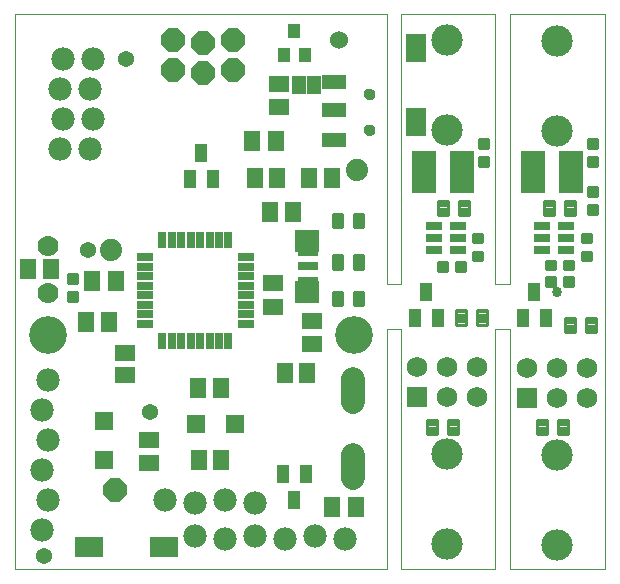
<source format=gts>
G75*
%MOIN*%
%OFA0B0*%
%FSLAX25Y25*%
%IPPOS*%
%LPD*%
%AMOC8*
5,1,8,0,0,1.08239X$1,22.5*
%
%ADD10C,0.00400*%
%ADD11R,0.05518X0.06699*%
%ADD12R,0.06699X0.05518*%
%ADD13R,0.04337X0.05912*%
%ADD14OC8,0.08000*%
%ADD15C,0.07000*%
%ADD16R,0.05400X0.02600*%
%ADD17R,0.02600X0.05400*%
%ADD18C,0.07800*%
%ADD19C,0.12605*%
%ADD20C,0.06000*%
%ADD21C,0.00975*%
%ADD22OC8,0.07800*%
%ADD23R,0.05900X0.05900*%
%ADD24R,0.04400X0.04900*%
%ADD25R,0.08400X0.07400*%
%ADD26R,0.08274X0.05124*%
%ADD27C,0.00000*%
%ADD28C,0.03746*%
%ADD29C,0.08077*%
%ADD30C,0.05400*%
%ADD31R,0.04900X0.06000*%
%ADD32C,0.10450*%
%ADD33R,0.05600X0.02600*%
%ADD34C,0.01100*%
%ADD35R,0.06900X0.06900*%
%ADD36C,0.06900*%
%ADD37R,0.08274X0.14180*%
%ADD38C,0.03400*%
%ADD39C,0.07400*%
%ADD40R,0.09455X0.06699*%
%ADD41R,0.06699X0.09455*%
%ADD42R,0.07093X0.03156*%
D10*
X0022595Y0027513D02*
X0022595Y0212513D01*
X0146595Y0212513D01*
X0146595Y0122513D01*
X0151095Y0122513D01*
X0151095Y0212513D01*
X0182595Y0212513D01*
X0182595Y0122513D01*
X0187595Y0122513D01*
X0187595Y0212513D01*
X0219095Y0212513D01*
X0219095Y0027513D01*
X0187595Y0027513D01*
X0187595Y0107513D01*
X0182595Y0107513D01*
X0182595Y0027513D01*
X0151095Y0027513D01*
X0151095Y0107513D01*
X0146595Y0107513D01*
X0146595Y0027513D01*
X0022595Y0027513D01*
D11*
X0083655Y0064113D03*
X0091135Y0064113D03*
X0091085Y0087913D03*
X0083605Y0087913D03*
X0112355Y0093013D03*
X0119835Y0093013D03*
X0128208Y0048363D03*
X0136082Y0048363D03*
X0056032Y0123513D03*
X0048158Y0123513D03*
X0046255Y0110113D03*
X0053735Y0110113D03*
X0034335Y0127513D03*
X0026855Y0127513D03*
X0101558Y0170263D03*
X0109432Y0170263D03*
X0109835Y0158013D03*
X0102355Y0158013D03*
X0107408Y0146763D03*
X0115282Y0146763D03*
X0120605Y0158013D03*
X0128085Y0158013D03*
D12*
X0110595Y0181576D03*
X0110595Y0189450D03*
X0108495Y0122950D03*
X0108495Y0115076D03*
X0121595Y0110450D03*
X0121595Y0102576D03*
X0067145Y0070653D03*
X0067145Y0063173D03*
X0059095Y0092273D03*
X0059095Y0099753D03*
D13*
X0111855Y0059343D03*
X0119335Y0059343D03*
X0115595Y0050682D03*
X0155855Y0111182D03*
X0163335Y0111182D03*
X0159595Y0119843D03*
X0191855Y0111182D03*
X0199335Y0111182D03*
X0195595Y0119843D03*
X0088335Y0157682D03*
X0080855Y0157682D03*
X0084595Y0166343D03*
D14*
X0055645Y0054113D03*
D15*
X0033595Y0119639D03*
X0033595Y0135387D03*
D16*
X0065695Y0131536D03*
X0065695Y0128387D03*
X0065695Y0125237D03*
X0065695Y0122088D03*
X0065695Y0118938D03*
X0065695Y0115788D03*
X0065695Y0112639D03*
X0065695Y0109489D03*
X0099495Y0109489D03*
X0099495Y0112639D03*
X0099495Y0115788D03*
X0099495Y0118938D03*
X0099495Y0122088D03*
X0099495Y0125237D03*
X0099495Y0128387D03*
X0099495Y0131536D03*
D17*
X0093619Y0137413D03*
X0090469Y0137413D03*
X0087320Y0137413D03*
X0084170Y0137413D03*
X0081020Y0137413D03*
X0077871Y0137413D03*
X0074721Y0137413D03*
X0071572Y0137413D03*
X0071572Y0103613D03*
X0074721Y0103613D03*
X0077871Y0103613D03*
X0081020Y0103613D03*
X0084170Y0103613D03*
X0087320Y0103613D03*
X0090469Y0103613D03*
X0093619Y0103613D03*
D18*
X0092595Y0050513D03*
X0082595Y0049513D03*
X0072595Y0050513D03*
X0082595Y0038513D03*
X0092595Y0037513D03*
X0102595Y0038513D03*
X0112595Y0037513D03*
X0122595Y0038513D03*
X0132595Y0037513D03*
X0102595Y0049513D03*
X0033595Y0050513D03*
X0031595Y0060513D03*
X0033595Y0070513D03*
X0031595Y0080513D03*
X0033595Y0090513D03*
X0031595Y0040513D03*
X0037595Y0167513D03*
X0047595Y0167513D03*
X0048595Y0177513D03*
X0047595Y0187513D03*
X0037595Y0187513D03*
X0038595Y0177513D03*
X0038595Y0197513D03*
X0048595Y0197513D03*
D19*
X0033595Y0105513D03*
X0135595Y0105513D03*
D20*
X0130595Y0204013D03*
D21*
X0180058Y0170976D02*
X0180058Y0168050D01*
X0177132Y0168050D01*
X0177132Y0170976D01*
X0180058Y0170976D01*
X0180058Y0169024D02*
X0177132Y0169024D01*
X0177132Y0169998D02*
X0180058Y0169998D01*
X0180058Y0170972D02*
X0177132Y0170972D01*
X0180058Y0164976D02*
X0180058Y0162050D01*
X0177132Y0162050D01*
X0177132Y0164976D01*
X0180058Y0164976D01*
X0180058Y0163024D02*
X0177132Y0163024D01*
X0177132Y0163998D02*
X0180058Y0163998D01*
X0180058Y0164972D02*
X0177132Y0164972D01*
X0178058Y0139476D02*
X0178058Y0136550D01*
X0175132Y0136550D01*
X0175132Y0139476D01*
X0178058Y0139476D01*
X0178058Y0137524D02*
X0175132Y0137524D01*
X0175132Y0138498D02*
X0178058Y0138498D01*
X0178058Y0139472D02*
X0175132Y0139472D01*
X0178058Y0133476D02*
X0178058Y0130550D01*
X0175132Y0130550D01*
X0175132Y0133476D01*
X0178058Y0133476D01*
X0178058Y0131524D02*
X0175132Y0131524D01*
X0175132Y0132498D02*
X0178058Y0132498D01*
X0178058Y0133472D02*
X0175132Y0133472D01*
X0172558Y0127050D02*
X0169632Y0127050D01*
X0169632Y0129976D01*
X0172558Y0129976D01*
X0172558Y0127050D01*
X0172558Y0128024D02*
X0169632Y0128024D01*
X0169632Y0128998D02*
X0172558Y0128998D01*
X0172558Y0129972D02*
X0169632Y0129972D01*
X0166558Y0127050D02*
X0163632Y0127050D01*
X0163632Y0129976D01*
X0166558Y0129976D01*
X0166558Y0127050D01*
X0166558Y0128024D02*
X0163632Y0128024D01*
X0163632Y0128998D02*
X0166558Y0128998D01*
X0166558Y0129972D02*
X0163632Y0129972D01*
X0138558Y0132226D02*
X0135632Y0132226D01*
X0138558Y0132226D02*
X0138558Y0127800D01*
X0135632Y0127800D01*
X0135632Y0132226D01*
X0135632Y0128774D02*
X0138558Y0128774D01*
X0138558Y0129748D02*
X0135632Y0129748D01*
X0135632Y0130722D02*
X0138558Y0130722D01*
X0138558Y0131696D02*
X0135632Y0131696D01*
X0131558Y0132226D02*
X0128632Y0132226D01*
X0131558Y0132226D02*
X0131558Y0127800D01*
X0128632Y0127800D01*
X0128632Y0132226D01*
X0128632Y0128774D02*
X0131558Y0128774D01*
X0131558Y0129748D02*
X0128632Y0129748D01*
X0128632Y0130722D02*
X0131558Y0130722D01*
X0131558Y0131696D02*
X0128632Y0131696D01*
X0128632Y0145976D02*
X0131558Y0145976D01*
X0131558Y0141550D01*
X0128632Y0141550D01*
X0128632Y0145976D01*
X0128632Y0142524D02*
X0131558Y0142524D01*
X0131558Y0143498D02*
X0128632Y0143498D01*
X0128632Y0144472D02*
X0131558Y0144472D01*
X0131558Y0145446D02*
X0128632Y0145446D01*
X0135632Y0145976D02*
X0138558Y0145976D01*
X0138558Y0141550D01*
X0135632Y0141550D01*
X0135632Y0145976D01*
X0135632Y0142524D02*
X0138558Y0142524D01*
X0138558Y0143498D02*
X0135632Y0143498D01*
X0135632Y0144472D02*
X0138558Y0144472D01*
X0138558Y0145446D02*
X0135632Y0145446D01*
X0135632Y0119976D02*
X0138558Y0119976D01*
X0138558Y0115550D01*
X0135632Y0115550D01*
X0135632Y0119976D01*
X0135632Y0116524D02*
X0138558Y0116524D01*
X0138558Y0117498D02*
X0135632Y0117498D01*
X0135632Y0118472D02*
X0138558Y0118472D01*
X0138558Y0119446D02*
X0135632Y0119446D01*
X0131558Y0119976D02*
X0128632Y0119976D01*
X0131558Y0119976D02*
X0131558Y0115550D01*
X0128632Y0115550D01*
X0128632Y0119976D01*
X0128632Y0116524D02*
X0131558Y0116524D01*
X0131558Y0117498D02*
X0128632Y0117498D01*
X0128632Y0118472D02*
X0131558Y0118472D01*
X0131558Y0119446D02*
X0128632Y0119446D01*
X0199632Y0124976D02*
X0202558Y0124976D01*
X0202558Y0122050D01*
X0199632Y0122050D01*
X0199632Y0124976D01*
X0199632Y0123024D02*
X0202558Y0123024D01*
X0202558Y0123998D02*
X0199632Y0123998D01*
X0199632Y0124972D02*
X0202558Y0124972D01*
X0202558Y0127550D02*
X0199632Y0127550D01*
X0199632Y0130476D01*
X0202558Y0130476D01*
X0202558Y0127550D01*
X0202558Y0128524D02*
X0199632Y0128524D01*
X0199632Y0129498D02*
X0202558Y0129498D01*
X0202558Y0130472D02*
X0199632Y0130472D01*
X0205632Y0127550D02*
X0208558Y0127550D01*
X0205632Y0127550D02*
X0205632Y0130476D01*
X0208558Y0130476D01*
X0208558Y0127550D01*
X0208558Y0128524D02*
X0205632Y0128524D01*
X0205632Y0129498D02*
X0208558Y0129498D01*
X0208558Y0130472D02*
X0205632Y0130472D01*
X0205632Y0124976D02*
X0208558Y0124976D01*
X0208558Y0122050D01*
X0205632Y0122050D01*
X0205632Y0124976D01*
X0205632Y0123024D02*
X0208558Y0123024D01*
X0208558Y0123998D02*
X0205632Y0123998D01*
X0205632Y0124972D02*
X0208558Y0124972D01*
X0214558Y0130550D02*
X0214558Y0133476D01*
X0214558Y0130550D02*
X0211632Y0130550D01*
X0211632Y0133476D01*
X0214558Y0133476D01*
X0214558Y0131524D02*
X0211632Y0131524D01*
X0211632Y0132498D02*
X0214558Y0132498D01*
X0214558Y0133472D02*
X0211632Y0133472D01*
X0214558Y0136550D02*
X0214558Y0139476D01*
X0214558Y0136550D02*
X0211632Y0136550D01*
X0211632Y0139476D01*
X0214558Y0139476D01*
X0214558Y0137524D02*
X0211632Y0137524D01*
X0211632Y0138498D02*
X0214558Y0138498D01*
X0214558Y0139472D02*
X0211632Y0139472D01*
X0216558Y0146050D02*
X0216558Y0148976D01*
X0216558Y0146050D02*
X0213632Y0146050D01*
X0213632Y0148976D01*
X0216558Y0148976D01*
X0216558Y0147024D02*
X0213632Y0147024D01*
X0213632Y0147998D02*
X0216558Y0147998D01*
X0216558Y0148972D02*
X0213632Y0148972D01*
X0216558Y0152050D02*
X0216558Y0154976D01*
X0216558Y0152050D02*
X0213632Y0152050D01*
X0213632Y0154976D01*
X0216558Y0154976D01*
X0216558Y0153024D02*
X0213632Y0153024D01*
X0213632Y0153998D02*
X0216558Y0153998D01*
X0216558Y0154972D02*
X0213632Y0154972D01*
X0216558Y0162050D02*
X0216558Y0164976D01*
X0216558Y0162050D02*
X0213632Y0162050D01*
X0213632Y0164976D01*
X0216558Y0164976D01*
X0216558Y0163024D02*
X0213632Y0163024D01*
X0213632Y0163998D02*
X0216558Y0163998D01*
X0216558Y0164972D02*
X0213632Y0164972D01*
X0216558Y0168050D02*
X0216558Y0170976D01*
X0216558Y0168050D02*
X0213632Y0168050D01*
X0213632Y0170976D01*
X0216558Y0170976D01*
X0216558Y0169024D02*
X0213632Y0169024D01*
X0213632Y0169998D02*
X0216558Y0169998D01*
X0216558Y0170972D02*
X0213632Y0170972D01*
X0040132Y0125976D02*
X0040132Y0123050D01*
X0040132Y0125976D02*
X0043058Y0125976D01*
X0043058Y0123050D01*
X0040132Y0123050D01*
X0040132Y0124024D02*
X0043058Y0124024D01*
X0043058Y0124998D02*
X0040132Y0124998D01*
X0040132Y0125972D02*
X0043058Y0125972D01*
X0040132Y0119976D02*
X0040132Y0117050D01*
X0040132Y0119976D02*
X0043058Y0119976D01*
X0043058Y0117050D01*
X0040132Y0117050D01*
X0040132Y0118024D02*
X0043058Y0118024D01*
X0043058Y0118998D02*
X0040132Y0118998D01*
X0040132Y0119972D02*
X0043058Y0119972D01*
D22*
X0075095Y0194013D03*
X0085095Y0193013D03*
X0085095Y0203013D03*
X0075095Y0204013D03*
X0095095Y0204013D03*
X0095095Y0194013D03*
D23*
X0095695Y0076013D03*
X0082695Y0076013D03*
X0052095Y0077013D03*
X0052095Y0064013D03*
D24*
X0112095Y0199013D03*
X0119095Y0199013D03*
X0115595Y0207013D03*
D25*
X0119845Y0137013D03*
X0119845Y0120013D03*
D26*
X0128768Y0170670D03*
X0128768Y0180513D03*
X0128768Y0189855D03*
D27*
X0138922Y0185989D02*
X0138924Y0186070D01*
X0138930Y0186152D01*
X0138940Y0186233D01*
X0138954Y0186313D01*
X0138971Y0186392D01*
X0138993Y0186471D01*
X0139018Y0186548D01*
X0139047Y0186625D01*
X0139080Y0186699D01*
X0139117Y0186772D01*
X0139156Y0186843D01*
X0139200Y0186912D01*
X0139246Y0186979D01*
X0139296Y0187043D01*
X0139349Y0187105D01*
X0139405Y0187165D01*
X0139463Y0187221D01*
X0139525Y0187275D01*
X0139589Y0187326D01*
X0139655Y0187373D01*
X0139723Y0187417D01*
X0139794Y0187458D01*
X0139866Y0187495D01*
X0139941Y0187529D01*
X0140016Y0187559D01*
X0140094Y0187585D01*
X0140172Y0187608D01*
X0140251Y0187626D01*
X0140331Y0187641D01*
X0140412Y0187652D01*
X0140493Y0187659D01*
X0140575Y0187662D01*
X0140656Y0187661D01*
X0140737Y0187656D01*
X0140818Y0187647D01*
X0140899Y0187634D01*
X0140979Y0187617D01*
X0141057Y0187597D01*
X0141135Y0187572D01*
X0141212Y0187544D01*
X0141287Y0187512D01*
X0141360Y0187477D01*
X0141431Y0187438D01*
X0141501Y0187395D01*
X0141568Y0187350D01*
X0141634Y0187301D01*
X0141696Y0187249D01*
X0141756Y0187193D01*
X0141813Y0187135D01*
X0141868Y0187075D01*
X0141919Y0187011D01*
X0141967Y0186946D01*
X0142012Y0186878D01*
X0142054Y0186808D01*
X0142092Y0186736D01*
X0142127Y0186662D01*
X0142158Y0186587D01*
X0142185Y0186510D01*
X0142208Y0186432D01*
X0142228Y0186353D01*
X0142244Y0186273D01*
X0142256Y0186192D01*
X0142264Y0186111D01*
X0142268Y0186030D01*
X0142268Y0185948D01*
X0142264Y0185867D01*
X0142256Y0185786D01*
X0142244Y0185705D01*
X0142228Y0185625D01*
X0142208Y0185546D01*
X0142185Y0185468D01*
X0142158Y0185391D01*
X0142127Y0185316D01*
X0142092Y0185242D01*
X0142054Y0185170D01*
X0142012Y0185100D01*
X0141967Y0185032D01*
X0141919Y0184967D01*
X0141868Y0184903D01*
X0141813Y0184843D01*
X0141756Y0184785D01*
X0141696Y0184729D01*
X0141634Y0184677D01*
X0141568Y0184628D01*
X0141501Y0184583D01*
X0141432Y0184540D01*
X0141360Y0184501D01*
X0141287Y0184466D01*
X0141212Y0184434D01*
X0141135Y0184406D01*
X0141057Y0184381D01*
X0140979Y0184361D01*
X0140899Y0184344D01*
X0140818Y0184331D01*
X0140737Y0184322D01*
X0140656Y0184317D01*
X0140575Y0184316D01*
X0140493Y0184319D01*
X0140412Y0184326D01*
X0140331Y0184337D01*
X0140251Y0184352D01*
X0140172Y0184370D01*
X0140094Y0184393D01*
X0140016Y0184419D01*
X0139941Y0184449D01*
X0139866Y0184483D01*
X0139794Y0184520D01*
X0139723Y0184561D01*
X0139655Y0184605D01*
X0139589Y0184652D01*
X0139525Y0184703D01*
X0139463Y0184757D01*
X0139405Y0184813D01*
X0139349Y0184873D01*
X0139296Y0184935D01*
X0139246Y0184999D01*
X0139200Y0185066D01*
X0139156Y0185135D01*
X0139117Y0185206D01*
X0139080Y0185279D01*
X0139047Y0185353D01*
X0139018Y0185430D01*
X0138993Y0185507D01*
X0138971Y0185586D01*
X0138954Y0185665D01*
X0138940Y0185745D01*
X0138930Y0185826D01*
X0138924Y0185908D01*
X0138922Y0185989D01*
X0138922Y0174036D02*
X0138924Y0174117D01*
X0138930Y0174199D01*
X0138940Y0174280D01*
X0138954Y0174360D01*
X0138971Y0174439D01*
X0138993Y0174518D01*
X0139018Y0174595D01*
X0139047Y0174672D01*
X0139080Y0174746D01*
X0139117Y0174819D01*
X0139156Y0174890D01*
X0139200Y0174959D01*
X0139246Y0175026D01*
X0139296Y0175090D01*
X0139349Y0175152D01*
X0139405Y0175212D01*
X0139463Y0175268D01*
X0139525Y0175322D01*
X0139589Y0175373D01*
X0139655Y0175420D01*
X0139723Y0175464D01*
X0139794Y0175505D01*
X0139866Y0175542D01*
X0139941Y0175576D01*
X0140016Y0175606D01*
X0140094Y0175632D01*
X0140172Y0175655D01*
X0140251Y0175673D01*
X0140331Y0175688D01*
X0140412Y0175699D01*
X0140493Y0175706D01*
X0140575Y0175709D01*
X0140656Y0175708D01*
X0140737Y0175703D01*
X0140818Y0175694D01*
X0140899Y0175681D01*
X0140979Y0175664D01*
X0141057Y0175644D01*
X0141135Y0175619D01*
X0141212Y0175591D01*
X0141287Y0175559D01*
X0141360Y0175524D01*
X0141431Y0175485D01*
X0141501Y0175442D01*
X0141568Y0175397D01*
X0141634Y0175348D01*
X0141696Y0175296D01*
X0141756Y0175240D01*
X0141813Y0175182D01*
X0141868Y0175122D01*
X0141919Y0175058D01*
X0141967Y0174993D01*
X0142012Y0174925D01*
X0142054Y0174855D01*
X0142092Y0174783D01*
X0142127Y0174709D01*
X0142158Y0174634D01*
X0142185Y0174557D01*
X0142208Y0174479D01*
X0142228Y0174400D01*
X0142244Y0174320D01*
X0142256Y0174239D01*
X0142264Y0174158D01*
X0142268Y0174077D01*
X0142268Y0173995D01*
X0142264Y0173914D01*
X0142256Y0173833D01*
X0142244Y0173752D01*
X0142228Y0173672D01*
X0142208Y0173593D01*
X0142185Y0173515D01*
X0142158Y0173438D01*
X0142127Y0173363D01*
X0142092Y0173289D01*
X0142054Y0173217D01*
X0142012Y0173147D01*
X0141967Y0173079D01*
X0141919Y0173014D01*
X0141868Y0172950D01*
X0141813Y0172890D01*
X0141756Y0172832D01*
X0141696Y0172776D01*
X0141634Y0172724D01*
X0141568Y0172675D01*
X0141501Y0172630D01*
X0141432Y0172587D01*
X0141360Y0172548D01*
X0141287Y0172513D01*
X0141212Y0172481D01*
X0141135Y0172453D01*
X0141057Y0172428D01*
X0140979Y0172408D01*
X0140899Y0172391D01*
X0140818Y0172378D01*
X0140737Y0172369D01*
X0140656Y0172364D01*
X0140575Y0172363D01*
X0140493Y0172366D01*
X0140412Y0172373D01*
X0140331Y0172384D01*
X0140251Y0172399D01*
X0140172Y0172417D01*
X0140094Y0172440D01*
X0140016Y0172466D01*
X0139941Y0172496D01*
X0139866Y0172530D01*
X0139794Y0172567D01*
X0139723Y0172608D01*
X0139655Y0172652D01*
X0139589Y0172699D01*
X0139525Y0172750D01*
X0139463Y0172804D01*
X0139405Y0172860D01*
X0139349Y0172920D01*
X0139296Y0172982D01*
X0139246Y0173046D01*
X0139200Y0173113D01*
X0139156Y0173182D01*
X0139117Y0173253D01*
X0139080Y0173326D01*
X0139047Y0173400D01*
X0139018Y0173477D01*
X0138993Y0173554D01*
X0138971Y0173633D01*
X0138954Y0173712D01*
X0138940Y0173792D01*
X0138930Y0173873D01*
X0138924Y0173955D01*
X0138922Y0174036D01*
D28*
X0140595Y0174036D03*
X0140595Y0185989D03*
D29*
X0135095Y0091147D02*
X0135095Y0083469D01*
X0135095Y0065556D02*
X0135095Y0057879D01*
D30*
X0067595Y0080013D03*
X0032095Y0032013D03*
X0046845Y0134013D03*
X0059595Y0197513D03*
D31*
X0116995Y0189013D03*
X0122195Y0189013D03*
D32*
X0166595Y0204013D03*
X0166595Y0174013D03*
X0203095Y0173513D03*
X0203095Y0203513D03*
X0203095Y0065513D03*
X0203095Y0035513D03*
X0166595Y0036013D03*
X0166595Y0066013D03*
D33*
X0170095Y0134013D03*
X0170095Y0138013D03*
X0170095Y0142013D03*
X0162095Y0142013D03*
X0162095Y0138013D03*
X0162095Y0134013D03*
X0198095Y0134013D03*
X0198095Y0138013D03*
X0198095Y0142013D03*
X0206095Y0142013D03*
X0206095Y0138013D03*
X0206095Y0134013D03*
D34*
X0205945Y0145613D02*
X0209245Y0145613D01*
X0205945Y0145613D02*
X0205945Y0150413D01*
X0209245Y0150413D01*
X0209245Y0145613D01*
X0209245Y0146712D02*
X0205945Y0146712D01*
X0205945Y0147811D02*
X0209245Y0147811D01*
X0209245Y0148910D02*
X0205945Y0148910D01*
X0205945Y0150009D02*
X0209245Y0150009D01*
X0202245Y0145613D02*
X0198945Y0145613D01*
X0198945Y0150413D01*
X0202245Y0150413D01*
X0202245Y0145613D01*
X0202245Y0146712D02*
X0198945Y0146712D01*
X0198945Y0147811D02*
X0202245Y0147811D01*
X0202245Y0148910D02*
X0198945Y0148910D01*
X0198945Y0150009D02*
X0202245Y0150009D01*
X0173745Y0145613D02*
X0170445Y0145613D01*
X0170445Y0150413D01*
X0173745Y0150413D01*
X0173745Y0145613D01*
X0173745Y0146712D02*
X0170445Y0146712D01*
X0170445Y0147811D02*
X0173745Y0147811D01*
X0173745Y0148910D02*
X0170445Y0148910D01*
X0170445Y0150009D02*
X0173745Y0150009D01*
X0166745Y0145613D02*
X0163445Y0145613D01*
X0163445Y0150413D01*
X0166745Y0150413D01*
X0166745Y0145613D01*
X0166745Y0146712D02*
X0163445Y0146712D01*
X0163445Y0147811D02*
X0166745Y0147811D01*
X0166745Y0148910D02*
X0163445Y0148910D01*
X0163445Y0150009D02*
X0166745Y0150009D01*
X0169445Y0109113D02*
X0172745Y0109113D01*
X0169445Y0109113D02*
X0169445Y0113913D01*
X0172745Y0113913D01*
X0172745Y0109113D01*
X0172745Y0110212D02*
X0169445Y0110212D01*
X0169445Y0111311D02*
X0172745Y0111311D01*
X0172745Y0112410D02*
X0169445Y0112410D01*
X0169445Y0113509D02*
X0172745Y0113509D01*
X0176445Y0109113D02*
X0179745Y0109113D01*
X0176445Y0109113D02*
X0176445Y0113913D01*
X0179745Y0113913D01*
X0179745Y0109113D01*
X0179745Y0110212D02*
X0176445Y0110212D01*
X0176445Y0111311D02*
X0179745Y0111311D01*
X0179745Y0112410D02*
X0176445Y0112410D01*
X0176445Y0113509D02*
X0179745Y0113509D01*
X0205945Y0106613D02*
X0209245Y0106613D01*
X0205945Y0106613D02*
X0205945Y0111413D01*
X0209245Y0111413D01*
X0209245Y0106613D01*
X0209245Y0107712D02*
X0205945Y0107712D01*
X0205945Y0108811D02*
X0209245Y0108811D01*
X0209245Y0109910D02*
X0205945Y0109910D01*
X0205945Y0111009D02*
X0209245Y0111009D01*
X0212945Y0106613D02*
X0216245Y0106613D01*
X0212945Y0106613D02*
X0212945Y0111413D01*
X0216245Y0111413D01*
X0216245Y0106613D01*
X0216245Y0107712D02*
X0212945Y0107712D01*
X0212945Y0108811D02*
X0216245Y0108811D01*
X0216245Y0109910D02*
X0212945Y0109910D01*
X0212945Y0111009D02*
X0216245Y0111009D01*
X0206745Y0072613D02*
X0203445Y0072613D01*
X0203445Y0077413D01*
X0206745Y0077413D01*
X0206745Y0072613D01*
X0206745Y0073712D02*
X0203445Y0073712D01*
X0203445Y0074811D02*
X0206745Y0074811D01*
X0206745Y0075910D02*
X0203445Y0075910D01*
X0203445Y0077009D02*
X0206745Y0077009D01*
X0199745Y0072613D02*
X0196445Y0072613D01*
X0196445Y0077413D01*
X0199745Y0077413D01*
X0199745Y0072613D01*
X0199745Y0073712D02*
X0196445Y0073712D01*
X0196445Y0074811D02*
X0199745Y0074811D01*
X0199745Y0075910D02*
X0196445Y0075910D01*
X0196445Y0077009D02*
X0199745Y0077009D01*
X0170245Y0072613D02*
X0166945Y0072613D01*
X0166945Y0077413D01*
X0170245Y0077413D01*
X0170245Y0072613D01*
X0170245Y0073712D02*
X0166945Y0073712D01*
X0166945Y0074811D02*
X0170245Y0074811D01*
X0170245Y0075910D02*
X0166945Y0075910D01*
X0166945Y0077009D02*
X0170245Y0077009D01*
X0163245Y0072613D02*
X0159945Y0072613D01*
X0159945Y0077413D01*
X0163245Y0077413D01*
X0163245Y0072613D01*
X0163245Y0073712D02*
X0159945Y0073712D01*
X0159945Y0074811D02*
X0163245Y0074811D01*
X0163245Y0075910D02*
X0159945Y0075910D01*
X0159945Y0077009D02*
X0163245Y0077009D01*
D35*
X0156595Y0085013D03*
X0193095Y0084513D03*
D36*
X0193095Y0094513D03*
X0203095Y0094513D03*
X0203095Y0084513D03*
X0213095Y0084513D03*
X0213095Y0094513D03*
X0176595Y0095013D03*
X0166595Y0095013D03*
X0156595Y0095013D03*
X0166595Y0085013D03*
X0176595Y0085013D03*
D37*
X0171394Y0160013D03*
X0158796Y0160013D03*
X0195296Y0160013D03*
X0207894Y0160013D03*
D38*
X0203095Y0120013D03*
D39*
X0136595Y0160513D03*
X0054595Y0134013D03*
D40*
X0047194Y0035013D03*
X0071997Y0035013D03*
D41*
X0156095Y0176611D03*
X0156095Y0201414D03*
D42*
X0120095Y0133237D03*
X0120095Y0128513D03*
X0120095Y0123788D03*
M02*

</source>
